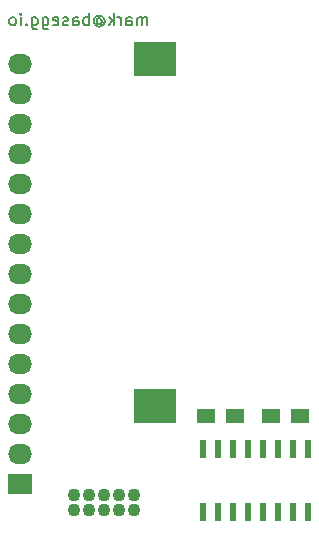
<source format=gbs>
G04 #@! TF.FileFunction,Soldermask,Bot*
%FSLAX46Y46*%
G04 Gerber Fmt 4.6, Leading zero omitted, Abs format (unit mm)*
G04 Created by KiCad (PCBNEW (2015-01-02 BZR 5348)-product) date 1/7/2015 6:05:39 PM*
%MOMM*%
G01*
G04 APERTURE LIST*
%ADD10C,0.150000*%
%ADD11C,0.200000*%
%ADD12R,3.600000X3.000000*%
%ADD13R,1.500000X1.250000*%
%ADD14R,0.600000X1.500000*%
%ADD15C,1.100000*%
%ADD16R,2.032000X1.727200*%
%ADD17O,2.032000X1.727200*%
G04 APERTURE END LIST*
D10*
D11*
X172809524Y-36952381D02*
X172809524Y-36285714D01*
X172809524Y-36380952D02*
X172761905Y-36333333D01*
X172666667Y-36285714D01*
X172523809Y-36285714D01*
X172428571Y-36333333D01*
X172380952Y-36428571D01*
X172380952Y-36952381D01*
X172380952Y-36428571D02*
X172333333Y-36333333D01*
X172238095Y-36285714D01*
X172095238Y-36285714D01*
X172000000Y-36333333D01*
X171952381Y-36428571D01*
X171952381Y-36952381D01*
X171047619Y-36952381D02*
X171047619Y-36428571D01*
X171095238Y-36333333D01*
X171190476Y-36285714D01*
X171380953Y-36285714D01*
X171476191Y-36333333D01*
X171047619Y-36904762D02*
X171142857Y-36952381D01*
X171380953Y-36952381D01*
X171476191Y-36904762D01*
X171523810Y-36809524D01*
X171523810Y-36714286D01*
X171476191Y-36619048D01*
X171380953Y-36571429D01*
X171142857Y-36571429D01*
X171047619Y-36523810D01*
X170571429Y-36952381D02*
X170571429Y-36285714D01*
X170571429Y-36476190D02*
X170523810Y-36380952D01*
X170476191Y-36333333D01*
X170380953Y-36285714D01*
X170285714Y-36285714D01*
X169952381Y-36952381D02*
X169952381Y-35952381D01*
X169857143Y-36571429D02*
X169571428Y-36952381D01*
X169571428Y-36285714D02*
X169952381Y-36666667D01*
X168523809Y-36476190D02*
X168571428Y-36428571D01*
X168666666Y-36380952D01*
X168761904Y-36380952D01*
X168857142Y-36428571D01*
X168904762Y-36476190D01*
X168952381Y-36571429D01*
X168952381Y-36666667D01*
X168904762Y-36761905D01*
X168857142Y-36809524D01*
X168761904Y-36857143D01*
X168666666Y-36857143D01*
X168571428Y-36809524D01*
X168523809Y-36761905D01*
X168523809Y-36380952D02*
X168523809Y-36761905D01*
X168476190Y-36809524D01*
X168428571Y-36809524D01*
X168333333Y-36761905D01*
X168285714Y-36666667D01*
X168285714Y-36428571D01*
X168380952Y-36285714D01*
X168523809Y-36190476D01*
X168714285Y-36142857D01*
X168904762Y-36190476D01*
X169047619Y-36285714D01*
X169142857Y-36428571D01*
X169190476Y-36619048D01*
X169142857Y-36809524D01*
X169047619Y-36952381D01*
X168904762Y-37047619D01*
X168714285Y-37095238D01*
X168523809Y-37047619D01*
X168380952Y-36952381D01*
X167857143Y-36952381D02*
X167857143Y-35952381D01*
X167857143Y-36333333D02*
X167761905Y-36285714D01*
X167571428Y-36285714D01*
X167476190Y-36333333D01*
X167428571Y-36380952D01*
X167380952Y-36476190D01*
X167380952Y-36761905D01*
X167428571Y-36857143D01*
X167476190Y-36904762D01*
X167571428Y-36952381D01*
X167761905Y-36952381D01*
X167857143Y-36904762D01*
X166523809Y-36952381D02*
X166523809Y-36428571D01*
X166571428Y-36333333D01*
X166666666Y-36285714D01*
X166857143Y-36285714D01*
X166952381Y-36333333D01*
X166523809Y-36904762D02*
X166619047Y-36952381D01*
X166857143Y-36952381D01*
X166952381Y-36904762D01*
X167000000Y-36809524D01*
X167000000Y-36714286D01*
X166952381Y-36619048D01*
X166857143Y-36571429D01*
X166619047Y-36571429D01*
X166523809Y-36523810D01*
X166095238Y-36904762D02*
X166000000Y-36952381D01*
X165809524Y-36952381D01*
X165714285Y-36904762D01*
X165666666Y-36809524D01*
X165666666Y-36761905D01*
X165714285Y-36666667D01*
X165809524Y-36619048D01*
X165952381Y-36619048D01*
X166047619Y-36571429D01*
X166095238Y-36476190D01*
X166095238Y-36428571D01*
X166047619Y-36333333D01*
X165952381Y-36285714D01*
X165809524Y-36285714D01*
X165714285Y-36333333D01*
X164857142Y-36904762D02*
X164952380Y-36952381D01*
X165142857Y-36952381D01*
X165238095Y-36904762D01*
X165285714Y-36809524D01*
X165285714Y-36428571D01*
X165238095Y-36333333D01*
X165142857Y-36285714D01*
X164952380Y-36285714D01*
X164857142Y-36333333D01*
X164809523Y-36428571D01*
X164809523Y-36523810D01*
X165285714Y-36619048D01*
X163952380Y-36285714D02*
X163952380Y-37095238D01*
X163999999Y-37190476D01*
X164047618Y-37238095D01*
X164142857Y-37285714D01*
X164285714Y-37285714D01*
X164380952Y-37238095D01*
X163952380Y-36904762D02*
X164047618Y-36952381D01*
X164238095Y-36952381D01*
X164333333Y-36904762D01*
X164380952Y-36857143D01*
X164428571Y-36761905D01*
X164428571Y-36476190D01*
X164380952Y-36380952D01*
X164333333Y-36333333D01*
X164238095Y-36285714D01*
X164047618Y-36285714D01*
X163952380Y-36333333D01*
X163047618Y-36285714D02*
X163047618Y-37095238D01*
X163095237Y-37190476D01*
X163142856Y-37238095D01*
X163238095Y-37285714D01*
X163380952Y-37285714D01*
X163476190Y-37238095D01*
X163047618Y-36904762D02*
X163142856Y-36952381D01*
X163333333Y-36952381D01*
X163428571Y-36904762D01*
X163476190Y-36857143D01*
X163523809Y-36761905D01*
X163523809Y-36476190D01*
X163476190Y-36380952D01*
X163428571Y-36333333D01*
X163333333Y-36285714D01*
X163142856Y-36285714D01*
X163047618Y-36333333D01*
X162571428Y-36857143D02*
X162523809Y-36904762D01*
X162571428Y-36952381D01*
X162619047Y-36904762D01*
X162571428Y-36857143D01*
X162571428Y-36952381D01*
X162095238Y-36952381D02*
X162095238Y-36285714D01*
X162095238Y-35952381D02*
X162142857Y-36000000D01*
X162095238Y-36047619D01*
X162047619Y-36000000D01*
X162095238Y-35952381D01*
X162095238Y-36047619D01*
X161476191Y-36952381D02*
X161571429Y-36904762D01*
X161619048Y-36857143D01*
X161666667Y-36761905D01*
X161666667Y-36476190D01*
X161619048Y-36380952D01*
X161571429Y-36333333D01*
X161476191Y-36285714D01*
X161333333Y-36285714D01*
X161238095Y-36333333D01*
X161190476Y-36380952D01*
X161142857Y-36476190D01*
X161142857Y-36761905D01*
X161190476Y-36857143D01*
X161238095Y-36904762D01*
X161333333Y-36952381D01*
X161476191Y-36952381D01*
D12*
X173500000Y-39850000D03*
X173500000Y-69150000D03*
D13*
X177750000Y-70000000D03*
X180250000Y-70000000D03*
X185750000Y-70000000D03*
X183250000Y-70000000D03*
D14*
X177555000Y-72800000D03*
X178825000Y-72800000D03*
X180095000Y-72800000D03*
X181365000Y-72800000D03*
X182635000Y-72800000D03*
X183905000Y-72800000D03*
X185175000Y-72800000D03*
X186445000Y-72800000D03*
X186445000Y-78200000D03*
X185175000Y-78200000D03*
X183905000Y-78200000D03*
X182635000Y-78200000D03*
X181365000Y-78200000D03*
X180095000Y-78200000D03*
X178825000Y-78200000D03*
X177555000Y-78200000D03*
D15*
X166600000Y-78000000D03*
X166600000Y-76730000D03*
X167870000Y-78000000D03*
X167870000Y-76730000D03*
X169140000Y-78000000D03*
X169140000Y-76730000D03*
X170410000Y-78000000D03*
X170410000Y-76730000D03*
X171680000Y-78000000D03*
X171680000Y-76730000D03*
D16*
X162000000Y-75780000D03*
D17*
X162000000Y-73240000D03*
X162000000Y-70700000D03*
X162000000Y-68160000D03*
X162000000Y-65620000D03*
X162000000Y-63080000D03*
X162000000Y-60540000D03*
X162000000Y-58000000D03*
X162000000Y-55460000D03*
X162000000Y-52920000D03*
X162000000Y-50380000D03*
X162000000Y-47840000D03*
X162000000Y-45300000D03*
X162000000Y-42760000D03*
X162000000Y-40220000D03*
M02*

</source>
